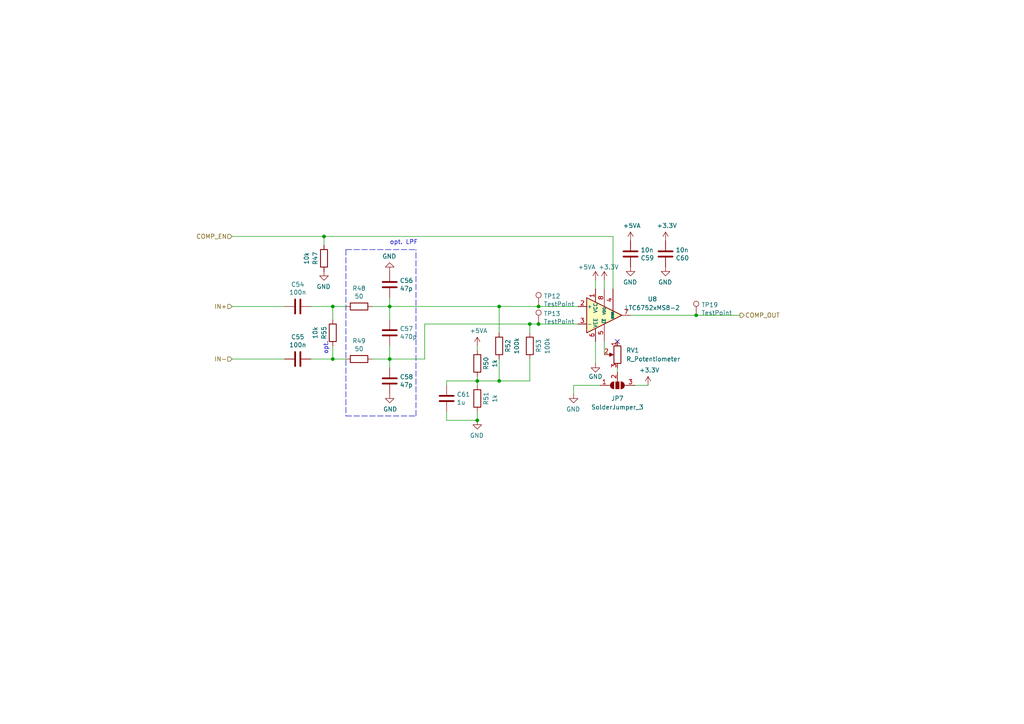
<source format=kicad_sch>
(kicad_sch (version 20211123) (generator eeschema)
  (paper "A4")
  (lib_symbols
    (symbol "Comparator:LTC6752xMS8-2" (pin_names (offset 0.127))
      (property "Reference" "U" (at 3.81 -5.08 0))
      (property "Value" "LTC6752xMS8-2" (at 3.81 -7.62 0))
      (symbol "LTC6752xMS8-2_1_1"
        (polyline (pts (xy -5.08 5.08) (xy 5.08 0) (xy -5.08 -5.08) (xy -5.08 5.08)) (stroke (width 0.254)) (fill (type background)))
        (pin power_in line (at -2.54 7.62 270) (length 3.81) (name "VCC") (number "1"))
        (pin input line (at -7.62 2.54 0) (length 2.54) (name "+") (number "2"))
        (pin input line (at -7.62 -2.54 0) (length 2.54) (name "-") (number "3"))
        (pin input line (at 2.54 7.62 270) (length 6.35) (name "~{SHDN}") (number "4"))
        (pin input line (at 0 -7.62 90) (length 5.08) (name "~{LE}") (number "5"))
        (pin power_in line (at -2.54 -7.62 90) (length 3.81) (name "VEE") (number "6"))
        (pin output line (at 7.62 0 180) (length 2.54) (name "~") (number "7"))
        (pin power_in line (at 0 7.62 270) (length 5.08) (name "VDD") (number "8"))
      )
    )
    (symbol "Connector:TestPoint" (pin_numbers hide) (pin_names (offset 0.762) hide)
      (property "Reference" "TP" (at 0 6.858 0))
      (property "Value" "TestPoint" (at 0 5.08 0))
      (symbol "TestPoint_0_1"
        (circle (center 0 3.302) (radius 0.762))
      )
      (symbol "TestPoint_1_1"
        (pin passive line (at 0 0 90) (length 2.54) (name "1") (number "1"))
      )
    )
    (symbol "Device:C" (pin_numbers hide) (pin_names (offset 0.254))
      (property "Reference" "C" (at 0.635 2.54 0))
      (property "Value" "C" (at 0.635 -2.54 0))
      (symbol "C_0_1"
        (polyline (pts (xy -2.032 -0.762) (xy 2.032 -0.762)) (stroke (width 0.508)))
        (polyline (pts (xy -2.032 0.762) (xy 2.032 0.762)) (stroke (width 0.508)))
      )
      (symbol "C_1_1"
        (pin passive line (at 0 3.81 270) (length 2.794) (name "~") (number "1"))
        (pin passive line (at 0 -3.81 90) (length 2.794) (name "~") (number "2"))
      )
    )
    (symbol "Device:R" (pin_numbers hide) (pin_names (offset 0))
      (property "Reference" "R" (at 2.032 0 90))
      (property "Value" "R" (at 0 0 90))
      (symbol "R_0_1"
        (rectangle (start -1.016 -2.54) (end 1.016 2.54) (stroke (width 0.254)))
      )
      (symbol "R_1_1"
        (pin passive line (at 0 3.81 270) (length 1.27) (name "~") (number "1"))
        (pin passive line (at 0 -3.81 90) (length 1.27) (name "~") (number "2"))
      )
    )
    (symbol "Device:R_Potentiometer" (pin_names (offset 1.016) hide)
      (property "Reference" "RV" (at -4.445 0 90))
      (property "Value" "R_Potentiometer" (at -2.54 0 90))
      (symbol "R_Potentiometer_0_1"
        (polyline (pts (xy 2.54 0) (xy 1.524 0)))
        (polyline (pts (xy 1.143 0) (xy 2.286 0.508) (xy 2.286 -0.508) (xy 1.143 0)) (fill (type outline)))
        (rectangle (start 1.016 2.54) (end -1.016 -2.54) (stroke (width 0.254)))
      )
      (symbol "R_Potentiometer_1_1"
        (pin passive line (at 0 3.81 270) (length 1.27) (name "1") (number "1"))
        (pin passive line (at 3.81 0 180) (length 1.27) (name "2") (number "2"))
        (pin passive line (at 0 -3.81 90) (length 1.27) (name "3") (number "3"))
      )
    )
    (symbol "Jumper:SolderJumper_3_Open" (pin_names (offset 0) hide)
      (property "Reference" "JP" (at -2.54 -2.54 0))
      (property "Value" "SolderJumper_3_Open" (at 0 2.794 0))
      (symbol "SolderJumper_3_Open_0_1"
        (arc (start -1.016 1.016) (mid -2.032 0) (end -1.016 -1.016))
        (arc (start -1.016 1.016) (mid -2.032 0) (end -1.016 -1.016) (fill (type outline)))
        (rectangle (start -0.508 1.016) (end 0.508 -1.016) (fill (type outline)))
        (polyline (pts (xy -2.54 0) (xy -2.032 0)))
        (polyline (pts (xy -1.016 1.016) (xy -1.016 -1.016)))
        (polyline (pts (xy 0 -1.27) (xy 0 -1.016)))
        (polyline (pts (xy 1.016 1.016) (xy 1.016 -1.016)))
        (polyline (pts (xy 2.54 0) (xy 2.032 0)))
        (arc (start 1.016 -1.016) (mid 2.032 0) (end 1.016 1.016))
        (arc (start 1.016 -1.016) (mid 2.032 0) (end 1.016 1.016) (fill (type outline)))
      )
      (symbol "SolderJumper_3_Open_1_1"
        (pin passive line (at -5.08 0 0) (length 2.54) (name "A") (number "1"))
        (pin passive line (at 0 -3.81 90) (length 2.54) (name "C") (number "2"))
        (pin passive line (at 5.08 0 180) (length 2.54) (name "B") (number "3"))
      )
    )
    (symbol "power:+3.3V" (power) (pin_names (offset 0))
      (property "Value" "+3.3V" (at 0 3.556 0))
      (symbol "+3.3V_0_1"
        (polyline (pts (xy -0.762 1.27) (xy 0 2.54)))
        (polyline (pts (xy 0 0) (xy 0 2.54)))
        (polyline (pts (xy 0 2.54) (xy 0.762 1.27)))
      )
      (symbol "+3.3V_1_1"
        (pin power_in line (at 0 0 90) (length 0) hide (name "+3.3V") (number "1"))
      )
    )
    (symbol "power:+5VA" (power) (pin_names (offset 0))
      (property "Value" "+5VA" (at 0 3.556 0))
      (symbol "+5VA_0_1"
        (polyline (pts (xy -0.762 1.27) (xy 0 2.54)))
        (polyline (pts (xy 0 0) (xy 0 2.54)))
        (polyline (pts (xy 0 2.54) (xy 0.762 1.27)))
      )
      (symbol "+5VA_1_1"
        (pin power_in line (at 0 0 90) (length 0) hide (name "+5VA") (number "1"))
      )
    )
    (symbol "power:GND" (power) (pin_names (offset 0))
      (property "Value" "GND" (at 0 -3.81 0))
      (symbol "GND_0_1"
        (polyline (pts (xy 0 0) (xy 0 -1.27) (xy 1.27 -1.27) (xy 0 -2.54) (xy -1.27 -1.27) (xy 0 -1.27)))
      )
      (symbol "GND_1_1"
        (pin power_in line (at 0 0 270) (length 0) hide (name "GND") (number "1"))
      )
    )
  )
  (junction (at 156.21 93.98))
  (junction (at 113.03 88.9))
  (junction (at 138.43 121.92))
  (junction (at 156.21 88.9))
  (junction (at 113.03 104.14))
  (junction (at 144.78 110.49))
  (junction (at 96.52 88.9))
  (junction (at 96.52 104.14))
  (junction (at 144.78 88.9))
  (junction (at 201.93 91.44))
  (junction (at 138.43 110.49))
  (junction (at 93.98 68.58))
  (junction (at 153.67 93.98))
  (no_connect (at 179.07 99.06))
  (wire (pts (xy 113.03 104.14) (xy 113.03 106.68)))
  (wire (pts (xy 90.17 104.14) (xy 96.52 104.14)))
  (wire (pts (xy 156.21 88.9) (xy 167.64 88.9)))
  (wire (pts (xy 175.26 81.28) (xy 175.26 83.82)))
  (wire (pts (xy 123.19 93.98) (xy 123.19 104.14)))
  (wire (pts (xy 138.43 110.49) (xy 129.54 110.49)))
  (wire (pts (xy 175.26 99.06) (xy 175.26 102.87)))
  (polyline (pts (xy 100.33 120.65) (xy 120.65 120.65)))
  (wire (pts (xy 138.43 121.92) (xy 138.43 119.38)))
  (wire (pts (xy 93.98 71.12) (xy 93.98 68.58)))
  (polyline (pts (xy 100.33 72.39) (xy 120.65 72.39)))
  (wire (pts (xy 93.98 68.58) (xy 177.8 68.58)))
  (wire (pts (xy 156.21 93.98) (xy 167.64 93.98)))
  (wire (pts (xy 172.72 99.06) (xy 172.72 105.41)))
  (wire (pts (xy 153.67 93.98) (xy 153.67 96.52)))
  (wire (pts (xy 179.07 107.95) (xy 179.07 106.68)))
  (wire (pts (xy 153.67 93.98) (xy 156.21 93.98)))
  (wire (pts (xy 123.19 104.14) (xy 113.03 104.14)))
  (wire (pts (xy 90.17 88.9) (xy 96.52 88.9)))
  (wire (pts (xy 138.43 109.22) (xy 138.43 110.49)))
  (wire (pts (xy 129.54 119.38) (xy 129.54 121.92)))
  (wire (pts (xy 96.52 104.14) (xy 100.33 104.14)))
  (wire (pts (xy 82.55 88.9) (xy 67.31 88.9)))
  (wire (pts (xy 96.52 100.33) (xy 96.52 104.14)))
  (wire (pts (xy 113.03 88.9) (xy 144.78 88.9)))
  (wire (pts (xy 166.37 111.76) (xy 173.99 111.76)))
  (wire (pts (xy 96.52 88.9) (xy 100.33 88.9)))
  (wire (pts (xy 138.43 100.33) (xy 138.43 101.6)))
  (wire (pts (xy 144.78 110.49) (xy 144.78 104.14)))
  (wire (pts (xy 113.03 100.33) (xy 113.03 104.14)))
  (wire (pts (xy 144.78 88.9) (xy 144.78 96.52)))
  (wire (pts (xy 138.43 110.49) (xy 144.78 110.49)))
  (wire (pts (xy 113.03 86.36) (xy 113.03 88.9)))
  (wire (pts (xy 144.78 88.9) (xy 156.21 88.9)))
  (wire (pts (xy 123.19 93.98) (xy 153.67 93.98)))
  (wire (pts (xy 201.93 91.44) (xy 214.63 91.44)))
  (polyline (pts (xy 120.65 120.65) (xy 120.65 72.39)))
  (wire (pts (xy 184.15 111.76) (xy 187.96 111.76)))
  (wire (pts (xy 129.54 121.92) (xy 138.43 121.92)))
  (wire (pts (xy 144.78 110.49) (xy 153.67 110.49)))
  (wire (pts (xy 172.72 81.28) (xy 172.72 83.82)))
  (wire (pts (xy 113.03 88.9) (xy 113.03 92.71)))
  (wire (pts (xy 177.8 83.82) (xy 177.8 68.58)))
  (wire (pts (xy 107.95 88.9) (xy 113.03 88.9)))
  (wire (pts (xy 182.88 91.44) (xy 201.93 91.44)))
  (wire (pts (xy 82.55 104.14) (xy 67.31 104.14)))
  (polyline (pts (xy 100.33 72.39) (xy 100.33 120.65)))
  (wire (pts (xy 138.43 110.49) (xy 138.43 111.76)))
  (wire (pts (xy 166.37 111.76) (xy 166.37 114.3)))
  (wire (pts (xy 96.52 88.9) (xy 96.52 92.71)))
  (wire (pts (xy 107.95 104.14) (xy 113.03 104.14)))
  (wire (pts (xy 129.54 110.49) (xy 129.54 111.76)))
  (wire (pts (xy 153.67 110.49) (xy 153.67 104.14)))
  (wire (pts (xy 67.31 68.58) (xy 93.98 68.58)))
  (text "opt. LPF" (at 113.03 71.12 0) (effects (font (size 1.27 1.27)) (justify left bottom)))
  (text "opt." (at 95.25 102.87 90) (effects (font (size 1.27 1.27)) (justify left bottom)))
  (hierarchical_label "IN+" (shape input) (at 67.31 88.9 180))
  (hierarchical_label "COMP_EN" (shape input) (at 67.31 68.58 180))
  (hierarchical_label "IN-" (shape input) (at 67.31 104.14 180))
  (hierarchical_label "COMP_OUT" (shape output) (at 214.63 91.44 0))
  (symbol (lib_id "Device:C") (at 113.03 82.55 0) (unit 1)
    (property "Reference" "C56" (at 115.951 81.3816 0) (effects (justify left)))
    (property "Value" "47p" (at 115.951 83.693 0) (effects (justify left)))
    (property "Footprint" "Capacitor_SMD:C_0603_1608Metric_Pad1.08x0.95mm_HandSolder" (effects hide))
  )
  (symbol (lib_id "Device:C") (at 129.54 115.57 0) (unit 1)
    (property "Reference" "C61" (at 132.461 114.4016 0) (effects (justify left)))
    (property "Value" "1u" (at 132.461 116.713 0) (effects (justify left)))
    (property "Footprint" "Capacitor_SMD:C_0603_1608Metric_Pad1.08x0.95mm_HandSolder" (effects hide))
  )
  (symbol (lib_id "Device:R") (at 138.43 115.57 0) (unit 1)
    (property "Reference" "R51" (at 140.97 115.57 90))
    (property "Value" "1k" (at 143.51 115.57 90))
    (property "Footprint" "Resistor_SMD:R_0603_1608Metric_Pad0.98x0.95mm_HandSolder" (effects hide))
  )
  (symbol (lib_id "Device:R_Potentiometer") (at 179.07 102.87 0) (mirror y) (unit 1)
    (property "Reference" "RV1" (at 181.61 101.5999 0) (effects (justify right)))
    (property "Value" "R_Potentiometer" (at 181.61 104.1399 0) (effects (justify right)))
    (property "Footprint" "Potentiometer_THT:Potentiometer_Bourns_3009P_Horizontal" (effects hide))
  )
  (symbol (lib_id "Connector:TestPoint") (at 201.93 91.44 0) (unit 1)
    (property "Reference" "TP19" (at 203.4032 88.4428 0) (effects (justify left)))
    (property "Value" "TestPoint" (at 203.4032 90.7542 0) (effects (justify left)))
    (property "Footprint" "TestPoint:TestPoint_Loop_D1.80mm_Drill1.0mm_Beaded" (effects hide))
  )
  (symbol (lib_id "Device:C") (at 113.03 110.49 0) (unit 1)
    (property "Reference" "C58" (at 115.951 109.3216 0) (effects (justify left)))
    (property "Value" "47p" (at 115.951 111.633 0) (effects (justify left)))
    (property "Footprint" "Capacitor_SMD:C_0603_1608Metric_Pad1.08x0.95mm_HandSolder" (effects hide))
  )
  (symbol (lib_id "power:GND") (at 113.03 78.74 180) (unit 1)
    (property "Reference" "#PWR0101" (effects hide))
    (property "Value" "GND" (at 112.903 74.3458 0))
  )
  (symbol (lib_id "Device:C") (at 86.36 88.9 270) (unit 1)
    (property "Reference" "C54" (at 86.36 82.4992 90))
    (property "Value" "100n" (at 86.36 84.8106 90))
    (property "Footprint" "Capacitor_SMD:C_0603_1608Metric_Pad1.08x0.95mm_HandSolder" (effects hide))
  )
  (symbol (lib_id "Device:C") (at 86.36 104.14 270) (unit 1)
    (property "Reference" "C55" (at 86.36 97.7392 90))
    (property "Value" "100n" (at 86.36 100.0506 90))
    (property "Footprint" "Capacitor_SMD:C_0603_1608Metric_Pad1.08x0.95mm_HandSolder" (effects hide))
  )
  (symbol (lib_id "power:GND") (at 193.04 77.47 0) (mirror y) (unit 1)
    (property "Reference" "#PWR0115" (effects hide))
    (property "Value" "GND" (at 192.913 81.8642 0))
  )
  (symbol (lib_id "Device:R") (at 96.52 96.52 180) (unit 1)
    (property "Reference" "R55" (at 93.98 96.52 90))
    (property "Value" "10k" (at 91.44 96.52 90))
    (property "Footprint" "Resistor_SMD:R_0603_1608Metric_Pad0.98x0.95mm_HandSolder" (effects hide))
  )
  (symbol (lib_id "Device:C") (at 182.88 73.66 0) (mirror x) (unit 1)
    (property "Reference" "C59" (at 185.801 74.8284 0) (effects (justify left)))
    (property "Value" "10n" (at 185.801 72.517 0) (effects (justify left)))
    (property "Footprint" "Capacitor_SMD:C_0603_1608Metric_Pad1.08x0.95mm_HandSolder" (effects hide))
  )
  (symbol (lib_id "Device:C") (at 193.04 73.66 0) (mirror x) (unit 1)
    (property "Reference" "C60" (at 195.961 74.8284 0) (effects (justify left)))
    (property "Value" "10n" (at 195.961 72.517 0) (effects (justify left)))
    (property "Footprint" "Capacitor_SMD:C_0603_1608Metric_Pad1.08x0.95mm_HandSolder" (effects hide))
  )
  (symbol (lib_id "power:GND") (at 182.88 77.47 0) (mirror y) (unit 1)
    (property "Reference" "#PWR0112" (effects hide))
    (property "Value" "GND" (at 182.753 81.8642 0))
  )
  (symbol (lib_id "Device:C") (at 113.03 96.52 0) (unit 1)
    (property "Reference" "C57" (at 115.951 95.3516 0) (effects (justify left)))
    (property "Value" "470p" (at 115.951 97.663 0) (effects (justify left)))
    (property "Footprint" "Capacitor_SMD:C_0603_1608Metric_Pad1.08x0.95mm_HandSolder" (effects hide))
  )
  (symbol (lib_id "Device:R") (at 104.14 88.9 270) (unit 1)
    (property "Reference" "R48" (at 104.14 83.6422 90))
    (property "Value" "50" (at 104.14 85.9536 90))
    (property "Footprint" "Resistor_SMD:R_0603_1608Metric_Pad0.98x0.95mm_HandSolder" (effects hide))
  )
  (symbol (lib_id "power:+3.3V") (at 187.96 111.76 0) (unit 1)
    (property "Reference" "#PWR0113" (effects hide))
    (property "Value" "+3.3V" (at 188.341 107.3658 0))
  )
  (symbol (lib_id "Device:R") (at 144.78 100.33 0) (unit 1)
    (property "Reference" "R52" (at 147.32 100.33 90))
    (property "Value" "100k" (at 149.86 100.33 90))
    (property "Footprint" "Resistor_SMD:R_0603_1608Metric_Pad0.98x0.95mm_HandSolder" (effects hide))
  )
  (symbol (lib_id "Connector:TestPoint") (at 156.21 93.98 0) (unit 1)
    (property "Reference" "TP13" (at 157.6832 90.9828 0) (effects (justify left)))
    (property "Value" "TestPoint" (at 157.6832 93.2942 0) (effects (justify left)))
    (property "Footprint" "TestPoint:TestPoint_Loop_D1.80mm_Drill1.0mm_Beaded" (effects hide))
  )
  (symbol (lib_id "power:GND") (at 113.03 114.3 0) (unit 1)
    (property "Reference" "#PWR0102" (effects hide))
    (property "Value" "GND" (at 113.157 118.6942 0))
  )
  (symbol (lib_id "Connector:TestPoint") (at 156.21 88.9 0) (unit 1)
    (property "Reference" "TP12" (at 157.6832 85.9028 0) (effects (justify left)))
    (property "Value" "TestPoint" (at 157.6832 88.2142 0) (effects (justify left)))
    (property "Footprint" "TestPoint:TestPoint_Loop_D1.80mm_Drill1.0mm_Beaded" (effects hide))
  )
  (symbol (lib_id "power:+3.3V") (at 175.26 81.28 0) (unit 1)
    (property "Reference" "#PWR0110" (effects hide))
    (property "Value" "+3.3V" (at 176.53 77.47 0))
  )
  (symbol (lib_id "Device:R") (at 138.43 105.41 0) (unit 1)
    (property "Reference" "R50" (at 140.97 105.41 90))
    (property "Value" "1k" (at 143.51 105.41 90))
    (property "Footprint" "Resistor_SMD:R_0603_1608Metric_Pad0.98x0.95mm_HandSolder" (effects hide))
  )
  (symbol (lib_id "Jumper:SolderJumper_3_Open") (at 179.07 111.76 0) (mirror x) (unit 1)
    (property "Reference" "JP7" (at 179.07 115.57 0))
    (property "Value" "SolderJumper_3" (at 179.07 118.11 0))
    (property "Footprint" "Jumper:SolderJumper-3_P1.3mm_Open_RoundedPad1.0x1.5mm" (effects hide))
  )
  (symbol (lib_id "power:+3.3V") (at 193.04 69.85 0) (unit 1)
    (property "Reference" "#PWR0114" (effects hide))
    (property "Value" "+3.3V" (at 193.421 65.4558 0))
  )
  (symbol (lib_id "Device:R") (at 93.98 74.93 180) (unit 1)
    (property "Reference" "R47" (at 91.44 74.93 90))
    (property "Value" "10k" (at 88.9 74.93 90))
    (property "Footprint" "Resistor_SMD:R_0603_1608Metric_Pad0.98x0.95mm_HandSolder" (effects hide))
  )
  (symbol (lib_id "Device:R") (at 104.14 104.14 270) (unit 1)
    (property "Reference" "R49" (at 104.14 98.8822 90))
    (property "Value" "50" (at 104.14 101.1936 90))
    (property "Footprint" "Resistor_SMD:R_0603_1608Metric_Pad0.98x0.95mm_HandSolder" (effects hide))
  )
  (symbol (lib_id "Device:R") (at 153.67 100.33 0) (unit 1)
    (property "Reference" "R53" (at 156.21 100.33 90))
    (property "Value" "100k" (at 158.75 100.33 90))
    (property "Footprint" "Resistor_SMD:R_0603_1608Metric_Pad0.98x0.95mm_HandSolder" (effects hide))
  )
  (symbol (lib_id "power:GND") (at 166.37 114.3 0) (mirror y) (unit 1)
    (property "Reference" "#PWR0107" (effects hide))
    (property "Value" "GND" (at 166.243 118.6942 0))
  )
  (symbol (lib_id "power:GND") (at 93.98 78.74 0) (mirror y) (unit 1)
    (property "Reference" "#PWR0100" (effects hide))
    (property "Value" "GND" (at 93.853 83.1342 0))
  )
  (symbol (lib_id "power:GND") (at 138.43 121.92 0) (mirror y) (unit 1)
    (property "Reference" "#PWR0104" (effects hide))
    (property "Value" "GND" (at 138.303 126.3142 0))
  )
  (symbol (lib_id "power:+5VA") (at 182.88 69.85 0) (unit 1)
    (property "Reference" "#PWR0111" (effects hide))
    (property "Value" "+5VA" (at 183.261 65.4558 0))
  )
  (symbol (lib_id "power:+5VA") (at 172.72 81.28 0) (unit 1)
    (property "Reference" "#PWR0108" (effects hide))
    (property "Value" "+5VA" (at 170.18 77.47 0))
  )
  (symbol (lib_id "Comparator:LTC6752xMS8-2") (at 175.26 91.44 0) (unit 1)
    (property "Reference" "U8" (at 189.23 86.741 0))
    (property "Value" "LTC6752xMS8-2" (at 189.23 89.281 0))
    (property "Footprint" "Package_SO:MSOP-8_3x3mm_P0.65mm" (effects hide))
    (property "Datasheet" "https://www.analog.com/media/en/technical-documentation/data-sheets/6752fc.pdf" (effects hide))
  )
  (symbol (lib_id "power:GND") (at 172.72 105.41 0) (mirror y) (unit 1)
    (property "Reference" "#PWR0109" (effects hide))
    (property "Value" "GND" (at 172.72 109.22 0))
  )
  (symbol (lib_id "power:+5VA") (at 138.43 100.33 0) (unit 1)
    (property "Reference" "#PWR0103" (effects hide))
    (property "Value" "+5VA" (at 138.811 95.9358 0))
  )
)
</source>
